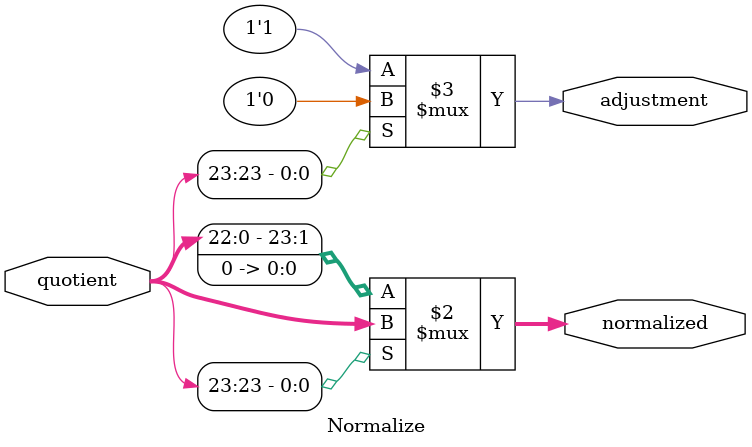
<source format=v>
 module Normalize (
  input [23:0] quotient,     // Input quotient from division
  output [23:0] normalized,  // Normalized quotient
  output adjustment          // Indicates whether an adjustment is needed
);

  // If the MSB of quotient is 1, it's already normalized.
  // Otherwise, shift left by one position to normalize.
  assign normalized = quotient[23] ? quotient : (quotient << 1);

  // Adjustment flag is set if normalization required (i.e., quotient's MSB is 0)
  assign adjustment = quotient[23] ? 1'b0 : 1'b1;

endmodule 
</source>
